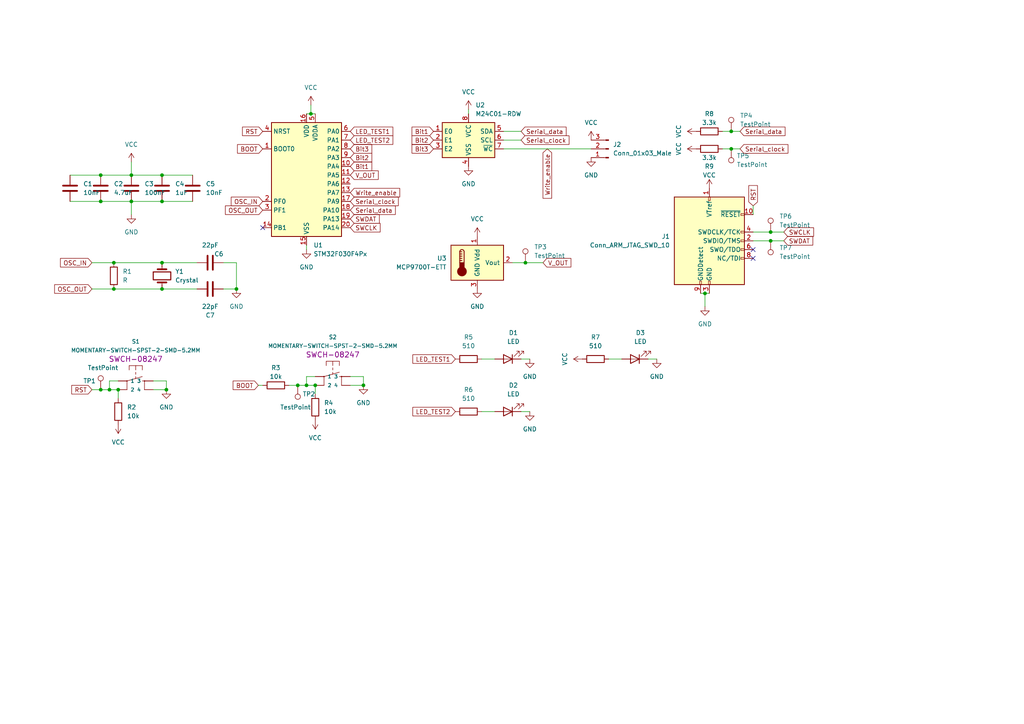
<source format=kicad_sch>
(kicad_sch (version 20211123) (generator eeschema)
  (paper "A4")
  (lib_symbols
    (symbol "Connector:Conn_01x03_Male" (pin_names (offset 1.016) hide)
      (property "Reference" "J" (at 0 5.08 0))
      (property "Value" "Conn_01x03_Male" (at 0 -5.08 0))
      (symbol "Conn_01x03_Male_1_1"
        (polyline (pts (xy 1.27 -2.54) (xy 0.8636 -2.54)) (stroke (width 0.1524)))
        (polyline (pts (xy 1.27 0) (xy 0.8636 0)) (stroke (width 0.1524)))
        (polyline (pts (xy 1.27 2.54) (xy 0.8636 2.54)) (stroke (width 0.1524)))
        (rectangle (start 0.8636 -2.413) (end 0 -2.667) (stroke (width 0.1524)) (fill (type outline)))
        (rectangle (start 0.8636 0.127) (end 0 -0.127) (stroke (width 0.1524)) (fill (type outline)))
        (rectangle (start 0.8636 2.667) (end 0 2.413) (stroke (width 0.1524)) (fill (type outline)))
        (pin passive line (at 5.08 2.54 180) (length 3.81) (name "Pin_1") (number "1"))
        (pin passive line (at 5.08 0 180) (length 3.81) (name "Pin_2") (number "2"))
        (pin passive line (at 5.08 -2.54 180) (length 3.81) (name "Pin_3") (number "3"))
      )
    )
    (symbol "Connector:Conn_ARM_JTAG_SWD_10" (pin_names (offset 1.016))
      (property "Reference" "J" (at -2.54 16.51 0))
      (property "Value" "Conn_ARM_JTAG_SWD_10" (at -2.54 13.97 0))
      (symbol "Conn_ARM_JTAG_SWD_10_0_1"
        (rectangle (start -10.16 12.7) (end 10.16 -12.7) (stroke (width 0.254)) (fill (type background)))
        (rectangle (start -2.794 -12.7) (end -2.286 -11.684))
        (rectangle (start -0.254 -12.7) (end 0.254 -11.684))
        (rectangle (start -0.254 12.7) (end 0.254 11.684))
        (rectangle (start 9.144 2.286) (end 10.16 2.794))
        (rectangle (start 10.16 -2.794) (end 9.144 -2.286))
        (rectangle (start 10.16 -0.254) (end 9.144 0.254))
        (rectangle (start 10.16 7.874) (end 9.144 7.366))
      )
      (symbol "Conn_ARM_JTAG_SWD_10_1_1"
        (rectangle (start 9.144 -5.334) (end 10.16 -4.826))
        (pin power_in line (at 0 15.24 270) (length 2.54) (name "VTref") (number "1"))
        (pin open_collector line (at 12.7 7.62 180) (length 2.54) (name "~{RESET}") (number "10"))
        (pin bidirectional line (at 12.7 0 180) (length 2.54) (name "SWDIO/TMS") (number "2"))
        (pin power_in line (at 0 -15.24 90) (length 2.54) (name "GND") (number "3"))
        (pin output line (at 12.7 2.54 180) (length 2.54) (name "SWDCLK/TCK") (number "4"))
        (pin passive line (at 0 -15.24 90) (length 2.54) hide (name "GND") (number "5"))
        (pin input line (at 12.7 -2.54 180) (length 2.54) (name "SWO/TDO") (number "6"))
        (pin no_connect line (at -10.16 0 0) (length 2.54) hide (name "KEY") (number "7"))
        (pin output line (at 12.7 -5.08 180) (length 2.54) (name "NC/TDI") (number "8"))
        (pin passive line (at -2.54 -15.24 90) (length 2.54) (name "GNDDetect") (number "9"))
      )
    )
    (symbol "Connector:TestPoint" (pin_numbers hide) (pin_names (offset 0.762) hide)
      (property "Reference" "TP" (at 0 6.858 0))
      (property "Value" "TestPoint" (at 0 5.08 0))
      (symbol "TestPoint_0_1"
        (circle (center 0 3.302) (radius 0.762))
      )
      (symbol "TestPoint_1_1"
        (pin passive line (at 0 0 90) (length 2.54) (name "1") (number "1"))
      )
    )
    (symbol "Device:C" (pin_numbers hide) (pin_names (offset 0.254))
      (property "Reference" "C" (at 0.635 2.54 0))
      (property "Value" "C" (at 0.635 -2.54 0))
      (symbol "C_0_1"
        (polyline (pts (xy -2.032 -0.762) (xy 2.032 -0.762)) (stroke (width 0.508)))
        (polyline (pts (xy -2.032 0.762) (xy 2.032 0.762)) (stroke (width 0.508)))
      )
      (symbol "C_1_1"
        (pin passive line (at 0 3.81 270) (length 2.794) (name "~") (number "1"))
        (pin passive line (at 0 -3.81 90) (length 2.794) (name "~") (number "2"))
      )
    )
    (symbol "Device:Crystal" (pin_numbers hide) (pin_names (offset 1.016) hide)
      (property "Reference" "Y" (at 0 3.81 0))
      (property "Value" "Crystal" (at 0 -3.81 0))
      (symbol "Crystal_0_1"
        (rectangle (start -1.143 2.54) (end 1.143 -2.54) (stroke (width 0.3048)))
        (polyline (pts (xy -2.54 0) (xy -1.905 0)))
        (polyline (pts (xy -1.905 -1.27) (xy -1.905 1.27)) (stroke (width 0.508)))
        (polyline (pts (xy 1.905 -1.27) (xy 1.905 1.27)) (stroke (width 0.508)))
        (polyline (pts (xy 2.54 0) (xy 1.905 0)))
      )
      (symbol "Crystal_1_1"
        (pin passive line (at -3.81 0 0) (length 1.27) (name "1") (number "1"))
        (pin passive line (at 3.81 0 180) (length 1.27) (name "2") (number "2"))
      )
    )
    (symbol "Device:LED" (pin_numbers hide) (pin_names (offset 1.016) hide)
      (property "Reference" "D" (at 0 2.54 0))
      (property "Value" "LED" (at 0 -2.54 0))
      (symbol "LED_0_1"
        (polyline (pts (xy -1.27 -1.27) (xy -1.27 1.27)) (stroke (width 0.254)))
        (polyline (pts (xy -1.27 0) (xy 1.27 0)))
        (polyline (pts (xy 1.27 -1.27) (xy 1.27 1.27) (xy -1.27 0) (xy 1.27 -1.27)) (stroke (width 0.254)))
        (polyline (pts (xy -3.048 -0.762) (xy -4.572 -2.286) (xy -3.81 -2.286) (xy -4.572 -2.286) (xy -4.572 -1.524)))
        (polyline (pts (xy -1.778 -0.762) (xy -3.302 -2.286) (xy -2.54 -2.286) (xy -3.302 -2.286) (xy -3.302 -1.524)))
      )
      (symbol "LED_1_1"
        (pin passive line (at -3.81 0 0) (length 2.54) (name "K") (number "1"))
        (pin passive line (at 3.81 0 180) (length 2.54) (name "A") (number "2"))
      )
    )
    (symbol "Device:R" (pin_numbers hide) (pin_names (offset 0))
      (property "Reference" "R" (at 2.032 0 90))
      (property "Value" "R" (at 0 0 90))
      (symbol "R_0_1"
        (rectangle (start -1.016 -2.54) (end 1.016 2.54) (stroke (width 0.254)))
      )
      (symbol "R_1_1"
        (pin passive line (at 0 3.81 270) (length 1.27) (name "~") (number "1"))
        (pin passive line (at 0 -3.81 90) (length 1.27) (name "~") (number "2"))
      )
    )
    (symbol "MCU_ST_STM32F0:STM32F030F4Px"
      (property "Reference" "U" (at -10.16 16.51 0))
      (property "Value" "STM32F030F4Px" (at 5.08 16.51 0))
      (symbol "STM32F030F4Px_0_1"
        (rectangle (start -10.16 -17.78) (end 10.16 15.24) (stroke (width 0.254)) (fill (type background)))
      )
      (symbol "STM32F030F4Px_1_1"
        (pin input line (at -12.7 7.62 0) (length 2.54) (name "BOOT0") (number "1"))
        (pin bidirectional line (at 12.7 2.54 180) (length 2.54) (name "PA4") (number "10"))
        (pin bidirectional line (at 12.7 0 180) (length 2.54) (name "PA5") (number "11"))
        (pin bidirectional line (at 12.7 -2.54 180) (length 2.54) (name "PA6") (number "12"))
        (pin bidirectional line (at 12.7 -5.08 180) (length 2.54) (name "PA7") (number "13"))
        (pin bidirectional line (at -12.7 -15.24 0) (length 2.54) (name "PB1") (number "14"))
        (pin power_in line (at 0 -20.32 90) (length 2.54) (name "VSS") (number "15"))
        (pin power_in line (at 0 17.78 270) (length 2.54) (name "VDD") (number "16"))
        (pin bidirectional line (at 12.7 -7.62 180) (length 2.54) (name "PA9") (number "17"))
        (pin bidirectional line (at 12.7 -10.16 180) (length 2.54) (name "PA10") (number "18"))
        (pin bidirectional line (at 12.7 -12.7 180) (length 2.54) (name "PA13") (number "19"))
        (pin input line (at -12.7 -7.62 0) (length 2.54) (name "PF0") (number "2"))
        (pin bidirectional line (at 12.7 -15.24 180) (length 2.54) (name "PA14") (number "20"))
        (pin input line (at -12.7 -10.16 0) (length 2.54) (name "PF1") (number "3"))
        (pin input line (at -12.7 12.7 0) (length 2.54) (name "NRST") (number "4"))
        (pin power_in line (at 2.54 17.78 270) (length 2.54) (name "VDDA") (number "5"))
        (pin bidirectional line (at 12.7 12.7 180) (length 2.54) (name "PA0") (number "6"))
        (pin bidirectional line (at 12.7 10.16 180) (length 2.54) (name "PA1") (number "7"))
        (pin bidirectional line (at 12.7 7.62 180) (length 2.54) (name "PA2") (number "8"))
        (pin bidirectional line (at 12.7 5.08 180) (length 2.54) (name "PA3") (number "9"))
      )
    )
    (symbol "Memory_EEPROM:M24C01-RDW"
      (property "Reference" "U" (at -6.35 6.35 0))
      (property "Value" "M24C01-RDW" (at 7.62 6.35 0))
      (symbol "M24C01-RDW_0_1"
        (rectangle (start -7.62 5.08) (end 7.62 -5.08) (stroke (width 0.254)) (fill (type background)))
      )
      (symbol "M24C01-RDW_1_1"
        (pin input line (at -10.16 2.54 0) (length 2.54) (name "E0") (number "1"))
        (pin input line (at -10.16 0 0) (length 2.54) (name "E1") (number "2"))
        (pin input line (at -10.16 -2.54 0) (length 2.54) (name "E2") (number "3"))
        (pin power_in line (at 0 -7.62 90) (length 2.54) (name "VSS") (number "4"))
        (pin bidirectional line (at 10.16 2.54 180) (length 2.54) (name "SDA") (number "5"))
        (pin input line (at 10.16 0 180) (length 2.54) (name "SCL") (number "6"))
        (pin input line (at 10.16 -2.54 180) (length 2.54) (name "~{WC}") (number "7"))
        (pin power_in line (at 0 7.62 270) (length 2.54) (name "VCC") (number "8"))
      )
    )
    (symbol "Sensor_Temperature:MCP9700T-ETT" (pin_names (offset 1.016))
      (property "Reference" "U" (at -6.35 6.35 0))
      (property "Value" "MCP9700T-ETT" (at 1.27 6.35 0))
      (symbol "MCP9700T-ETT_0_1"
        (rectangle (start -7.62 5.08) (end 7.62 -5.08) (stroke (width 0.254)) (fill (type background)))
        (circle (center -4.445 -2.54) (radius 1.27) (stroke (width 0.254)) (fill (type outline)))
        (rectangle (start -3.81 -1.905) (end -5.08 0) (stroke (width 0.254)) (fill (type outline)))
        (arc (start -3.81 3.175) (mid -4.445 3.81) (end -5.08 3.175) (stroke (width 0.254)))
        (polyline (pts (xy -5.08 0.635) (xy -4.445 0.635)) (stroke (width 0.254)))
        (polyline (pts (xy -5.08 1.27) (xy -4.445 1.27)) (stroke (width 0.254)))
        (polyline (pts (xy -5.08 1.905) (xy -4.445 1.905)) (stroke (width 0.254)))
        (polyline (pts (xy -5.08 2.54) (xy -4.445 2.54)) (stroke (width 0.254)))
        (polyline (pts (xy -5.08 3.175) (xy -5.08 0)) (stroke (width 0.254)))
        (polyline (pts (xy -5.08 3.175) (xy -4.445 3.175)) (stroke (width 0.254)))
        (polyline (pts (xy -3.81 3.175) (xy -3.81 0)) (stroke (width 0.254)))
      )
      (symbol "MCP9700T-ETT_1_1"
        (pin power_in line (at 0 7.62 270) (length 2.54) (name "Vdd") (number "1"))
        (pin output line (at 10.16 0 180) (length 2.54) (name "Vout") (number "2"))
        (pin power_in line (at 0 -7.62 90) (length 2.54) (name "GND") (number "3"))
      )
    )
    (symbol "SparkFun-Switches:MOMENTARY-SWITCH-SPST-2-SMD-5.2MM" (pin_numbers hide) (pin_names (offset 1.016))
      (property "Reference" "S" (at -5.08 1.27 0))
      (property "Value" "MOMENTARY-SWITCH-SPST-2-SMD-5.2MM" (at -5.08 -5.08 0))
      (property "Field4" "SWCH-08247" (at 0 7.62 0))
      (symbol "MOMENTARY-SWITCH-SPST-2-SMD-5.2MM_1_0"
        (polyline (pts (xy -2.54 -2.54) (xy -2.54 0)))
        (polyline (pts (xy -2.54 0) (xy 1.905 1.27)))
        (polyline (pts (xy -1.905 4.445) (xy -1.905 3.175)))
        (polyline (pts (xy 0 1.27) (xy 0 0.635)))
        (polyline (pts (xy 0 2.54) (xy 0 1.905)))
        (polyline (pts (xy 0 4.445) (xy -1.905 4.445)))
        (polyline (pts (xy 0 4.445) (xy 0 3.175)))
        (polyline (pts (xy 1.905 0) (xy 2.54 0)))
        (polyline (pts (xy 1.905 4.445) (xy 0 4.445)))
        (polyline (pts (xy 1.905 4.445) (xy 1.905 3.175)))
        (polyline (pts (xy 2.54 -2.54) (xy 2.54 0)))
      )
      (symbol "MOMENTARY-SWITCH-SPST-2-SMD-5.2MM_1_1"
        (circle (center -2.54 0) (radius 0.127) (fill (type outline)))
        (circle (center 2.54 0) (radius 0.127) (fill (type outline)))
        (pin passive line (at -5.08 0 0) (length 2.54) (name "1") (number "1"))
        (pin passive line (at -5.08 -2.54 0) (length 2.54) (name "2") (number "2"))
        (pin passive line (at 5.08 0 180) (length 2.54) (name "3") (number "3"))
        (pin passive line (at 5.08 -2.54 180) (length 2.54) (name "4") (number "4"))
      )
    )
    (symbol "power:GND" (power) (pin_names (offset 0))
      (property "Value" "GND" (at 0 -3.81 0))
      (symbol "GND_0_1"
        (polyline (pts (xy 0 0) (xy 0 -1.27) (xy 1.27 -1.27) (xy 0 -2.54) (xy -1.27 -1.27) (xy 0 -1.27)))
      )
      (symbol "GND_1_1"
        (pin power_in line (at 0 0 270) (length 0) hide (name "GND") (number "1"))
      )
    )
    (symbol "power:VCC" (power) (pin_names (offset 0))
      (property "Value" "VCC" (at 0 3.81 0))
      (symbol "VCC_0_1"
        (polyline (pts (xy -0.762 1.27) (xy 0 2.54)))
        (polyline (pts (xy 0 0) (xy 0 2.54)))
        (polyline (pts (xy 0 2.54) (xy 0.762 1.27)))
      )
      (symbol "VCC_1_1"
        (pin power_in line (at 0 0 90) (length 0) hide (name "VCC") (number "1"))
      )
    )
  )
  (junction (at 152.4 76.2))
  (junction (at 46.99 58.42))
  (junction (at 34.29 113.03))
  (junction (at 223.52 67.31))
  (junction (at 46.99 76.2))
  (junction (at 86.36 111.76))
  (junction (at 46.99 83.82))
  (junction (at 212.09 38.1))
  (junction (at 33.02 83.82))
  (junction (at 223.52 69.85))
  (junction (at 68.58 83.82))
  (junction (at 33.02 76.2))
  (junction (at 204.47 85.09))
  (junction (at 48.26 113.03))
  (junction (at 88.9 111.76))
  (junction (at 212.09 43.18))
  (junction (at 91.44 111.76))
  (junction (at 38.1 50.8))
  (junction (at 38.1 58.42))
  (junction (at 29.21 50.8))
  (junction (at 90.17 33.02))
  (junction (at 29.21 58.42))
  (junction (at 31.75 113.03))
  (junction (at 105.41 111.76))
  (junction (at 46.99 50.8))
  (junction (at 29.21 113.03))
  (no_connect (at 218.44 72.39))
  (no_connect (at 218.44 74.93))
  (no_connect (at 76.2 66.04))
  (wire (pts (xy 64.77 83.82) (xy 68.58 83.82)))
  (wire (pts (xy 139.7 104.14) (xy 143.51 104.14)))
  (wire (pts (xy 29.21 58.42) (xy 38.1 58.42)))
  (wire (pts (xy 29.21 50.8) (xy 38.1 50.8)))
  (wire (pts (xy 105.41 109.22) (xy 105.41 111.76)))
  (wire (pts (xy 88.9 109.22) (xy 88.9 111.76)))
  (wire (pts (xy 26.67 83.82) (xy 33.02 83.82)))
  (wire (pts (xy 29.21 113.03) (xy 31.75 113.03)))
  (wire (pts (xy 38.1 58.42) (xy 38.1 62.23)))
  (wire (pts (xy 204.47 88.9) (xy 204.47 85.09)))
  (wire (pts (xy 33.02 83.82) (xy 46.99 83.82)))
  (wire (pts (xy 218.44 59.69) (xy 218.44 62.23)))
  (wire (pts (xy 48.26 110.49) (xy 48.26 113.03)))
  (wire (pts (xy 91.44 109.22) (xy 88.9 109.22)))
  (wire (pts (xy 46.99 83.82) (xy 57.15 83.82)))
  (wire (pts (xy 46.99 76.2) (xy 57.15 76.2)))
  (wire (pts (xy 146.05 43.18) (xy 171.45 43.18)))
  (wire (pts (xy 223.52 67.31) (xy 218.44 67.31)))
  (wire (pts (xy 83.82 111.76) (xy 86.36 111.76)))
  (wire (pts (xy 101.6 109.22) (xy 105.41 109.22)))
  (wire (pts (xy 26.67 76.2) (xy 33.02 76.2)))
  (wire (pts (xy 76.2 111.76) (xy 74.93 111.76)))
  (wire (pts (xy 34.29 113.03) (xy 34.29 115.57)))
  (wire (pts (xy 146.05 40.64) (xy 151.13 40.64)))
  (wire (pts (xy 212.09 38.1) (xy 214.63 38.1)))
  (wire (pts (xy 33.02 76.2) (xy 46.99 76.2)))
  (wire (pts (xy 227.33 67.31) (xy 223.52 67.31)))
  (wire (pts (xy 139.7 119.38) (xy 143.51 119.38)))
  (wire (pts (xy 152.4 76.2) (xy 148.59 76.2)))
  (wire (pts (xy 64.77 76.2) (xy 68.58 76.2)))
  (wire (pts (xy 44.45 110.49) (xy 48.26 110.49)))
  (wire (pts (xy 68.58 76.2) (xy 68.58 83.82)))
  (wire (pts (xy 31.75 113.03) (xy 34.29 113.03)))
  (wire (pts (xy 38.1 58.42) (xy 46.99 58.42)))
  (wire (pts (xy 31.75 110.49) (xy 31.75 113.03)))
  (wire (pts (xy 227.33 69.85) (xy 223.52 69.85)))
  (wire (pts (xy 38.1 46.99) (xy 38.1 50.8)))
  (wire (pts (xy 146.05 38.1) (xy 151.13 38.1)))
  (wire (pts (xy 135.89 31.75) (xy 135.89 33.02)))
  (wire (pts (xy 46.99 58.42) (xy 55.88 58.42)))
  (wire (pts (xy 212.09 43.18) (xy 214.63 43.18)))
  (wire (pts (xy 86.36 111.76) (xy 88.9 111.76)))
  (wire (pts (xy 46.99 50.8) (xy 55.88 50.8)))
  (wire (pts (xy 88.9 71.12) (xy 88.9 72.39)))
  (wire (pts (xy 90.17 30.48) (xy 90.17 33.02)))
  (wire (pts (xy 151.13 104.14) (xy 153.67 104.14)))
  (wire (pts (xy 223.52 69.85) (xy 218.44 69.85)))
  (wire (pts (xy 38.1 50.8) (xy 46.99 50.8)))
  (wire (pts (xy 44.45 113.03) (xy 48.26 113.03)))
  (wire (pts (xy 34.29 110.49) (xy 31.75 110.49)))
  (wire (pts (xy 204.47 85.09) (xy 205.74 85.09)))
  (wire (pts (xy 187.96 104.14) (xy 190.5 104.14)))
  (wire (pts (xy 101.6 111.76) (xy 105.41 111.76)))
  (wire (pts (xy 88.9 111.76) (xy 91.44 111.76)))
  (wire (pts (xy 209.55 38.1) (xy 212.09 38.1)))
  (wire (pts (xy 20.32 50.8) (xy 29.21 50.8)))
  (wire (pts (xy 209.55 43.18) (xy 212.09 43.18)))
  (wire (pts (xy 151.13 119.38) (xy 153.67 119.38)))
  (wire (pts (xy 20.32 58.42) (xy 29.21 58.42)))
  (wire (pts (xy 204.47 85.09) (xy 203.2 85.09)))
  (wire (pts (xy 88.9 33.02) (xy 90.17 33.02)))
  (wire (pts (xy 157.48 76.2) (xy 152.4 76.2)))
  (wire (pts (xy 26.67 113.03) (xy 29.21 113.03)))
  (wire (pts (xy 176.53 104.14) (xy 180.34 104.14)))
  (wire (pts (xy 90.17 33.02) (xy 91.44 33.02)))
  (wire (pts (xy 91.44 111.76) (xy 91.44 114.3)))
  (global_label "SWDAT" (shape input) (at 227.33 69.85 0) (property "Références Inter-Feuilles" "${INTERSHEET_REFS}" (effects hide)))
  (global_label "LED_TEST1" (shape input) (at 101.6 38.1 0) (property "Références Inter-Feuilles" "${INTERSHEET_REFS}" (effects hide)))
  (global_label "Serial_data" (shape input) (at 151.13 38.1 0) (property "Références Inter-Feuilles" "${INTERSHEET_REFS}" (effects hide)))
  (global_label "LED_TEST2" (shape input) (at 132.08 119.38 180) (property "Références Inter-Feuilles" "${INTERSHEET_REFS}" (effects hide)))
  (global_label "LED_TEST1" (shape input) (at 132.08 104.14 180) (property "Références Inter-Feuilles" "${INTERSHEET_REFS}" (effects hide)))
  (global_label "OSC_IN" (shape input) (at 26.67 76.2 180) (property "Références Inter-Feuilles" "${INTERSHEET_REFS}" (effects hide)))
  (global_label "SWDAT" (shape input) (at 101.6 63.5 0) (property "Références Inter-Feuilles" "${INTERSHEET_REFS}" (effects hide)))
  (global_label "Serial_data" (shape input) (at 101.6 60.96 0) (property "Références Inter-Feuilles" "${INTERSHEET_REFS}" (effects hide)))
  (global_label "V_OUT" (shape input) (at 101.6 50.8 0) (property "Références Inter-Feuilles" "${INTERSHEET_REFS}" (effects hide)))
  (global_label "RST" (shape input) (at 26.67 113.03 180) (property "Références Inter-Feuilles" "${INTERSHEET_REFS}" (effects hide)))
  (global_label "BOOT" (shape input) (at 74.93 111.76 180) (property "Références Inter-Feuilles" "${INTERSHEET_REFS}" (effects hide)))
  (global_label "SWCLK" (shape input) (at 227.33 67.31 0) (property "Références Inter-Feuilles" "${INTERSHEET_REFS}" (effects hide)))
  (global_label "Serial_clock" (shape input) (at 151.13 40.64 0) (property "Références Inter-Feuilles" "${INTERSHEET_REFS}" (effects hide)))
  (global_label "Serial_clock" (shape input) (at 214.63 43.18 0) (property "Références Inter-Feuilles" "${INTERSHEET_REFS}" (effects hide)))
  (global_label "Bit2" (shape input) (at 125.73 40.64 180) (property "Références Inter-Feuilles" "${INTERSHEET_REFS}" (effects hide)))
  (global_label "V_OUT" (shape input) (at 157.48 76.2 0) (property "Références Inter-Feuilles" "${INTERSHEET_REFS}" (effects hide)))
  (global_label "BOOT" (shape input) (at 76.2 43.18 180) (property "Références Inter-Feuilles" "${INTERSHEET_REFS}" (effects hide)))
  (global_label "Serial_data" (shape input) (at 214.63 38.1 0) (property "Références Inter-Feuilles" "${INTERSHEET_REFS}" (effects hide)))
  (global_label "Bit3" (shape input) (at 125.73 43.18 180) (property "Références Inter-Feuilles" "${INTERSHEET_REFS}" (effects hide)))
  (global_label "Write_enable" (shape input) (at 158.75 43.18 270) (property "Références Inter-Feuilles" "${INTERSHEET_REFS}" (effects hide)))
  (global_label "OSC_OUT" (shape input) (at 76.2 60.96 180) (property "Références Inter-Feuilles" "${INTERSHEET_REFS}" (effects hide)))
  (global_label "LED_TEST2" (shape input) (at 101.6 40.64 0) (property "Références Inter-Feuilles" "${INTERSHEET_REFS}" (effects hide)))
  (global_label "Bit1" (shape input) (at 125.73 38.1 180) (property "Références Inter-Feuilles" "${INTERSHEET_REFS}" (effects hide)))
  (global_label "Bit2" (shape input) (at 101.6 45.72 0) (property "Références Inter-Feuilles" "${INTERSHEET_REFS}" (effects hide)))
  (global_label "Serial_clock" (shape input) (at 101.6 58.42 0) (property "Références Inter-Feuilles" "${INTERSHEET_REFS}" (effects hide)))
  (global_label "Bit3" (shape input) (at 101.6 43.18 0) (property "Références Inter-Feuilles" "${INTERSHEET_REFS}" (effects hide)))
  (global_label "SWCLK" (shape input) (at 101.6 66.04 0) (property "Références Inter-Feuilles" "${INTERSHEET_REFS}" (effects hide)))
  (global_label "OSC_IN" (shape input) (at 76.2 58.42 180) (property "Références Inter-Feuilles" "${INTERSHEET_REFS}" (effects hide)))
  (global_label "Bit1" (shape input) (at 101.6 48.26 0) (property "Références Inter-Feuilles" "${INTERSHEET_REFS}" (effects hide)))
  (global_label "OSC_OUT" (shape input) (at 26.67 83.82 180) (property "Références Inter-Feuilles" "${INTERSHEET_REFS}" (effects hide)))
  (global_label "Write_enable" (shape input) (at 101.6 55.88 0) (property "Références Inter-Feuilles" "${INTERSHEET_REFS}" (effects hide)))
  (global_label "RST" (shape input) (at 76.2 38.1 180) (property "Références Inter-Feuilles" "${INTERSHEET_REFS}" (effects hide)))
  (global_label "RST" (shape input) (at 218.44 59.69 90) (property "Références Inter-Feuilles" "${INTERSHEET_REFS}" (effects hide)))
  (symbol (lib_id "power:VCC") (at 201.93 43.18 90) (unit 1)
    (property "Reference" "#PWR0104" (effects hide))
    (property "Value" "VCC" (at 196.85 43.18 0))
  )
  (symbol (lib_id "Connector:TestPoint") (at 29.21 113.03 0) (unit 1)
    (property "Reference" "TP1" (at 24.13 110.49 0) (effects (justify left)))
    (property "Value" "TestPoint" (at 25.4 106.68 0) (effects (justify left)))
    (property "Footprint" "TestPoint:TestPoint_Pad_1.5x1.5mm" (effects hide))
  )
  (symbol (lib_id "Connector:TestPoint") (at 223.52 69.85 180) (unit 1)
    (property "Reference" "TP7" (at 226.06 71.8819 0) (effects (justify right)))
    (property "Value" "TestPoint" (at 226.06 74.4219 0) (effects (justify right)))
    (property "Footprint" "TestPoint:TestPoint_Pad_1.5x1.5mm" (effects hide))
  )
  (symbol (lib_id "power:VCC") (at 90.17 30.48 0) (unit 1)
    (property "Reference" "#PWR0114" (effects hide))
    (property "Value" "VCC" (at 90.17 25.4 0))
  )
  (symbol (lib_id "Device:C") (at 55.88 54.61 0) (unit 1)
    (property "Reference" "C5" (at 59.69 53.3399 0) (effects (justify left)))
    (property "Value" "10nF" (at 59.69 55.8799 0) (effects (justify left)))
    (property "Footprint" "Capacitor_SMD:C_0603_1608Metric_Pad1.08x0.95mm_HandSolder" (effects hide))
  )
  (symbol (lib_id "power:GND") (at 38.1 62.23 0) (unit 1)
    (property "Reference" "#PWR0102" (effects hide))
    (property "Value" "GND" (at 38.1 67.31 0))
  )
  (symbol (lib_id "Memory_EEPROM:M24C01-RDW") (at 135.89 40.64 0) (unit 1)
    (property "Reference" "U2" (at 137.9094 30.48 0) (effects (justify left)))
    (property "Value" "M24C01-RDW" (at 137.9094 33.02 0) (effects (justify left)))
    (property "Footprint" "Package_SO:TSSOP-8_4.4x3mm_P0.65mm" (effects hide))
    (property "Datasheet" "http://www.st.com/content/ccc/resource/technical/document/datasheet/b0/d8/50/40/5a/85/49/6f/DM00071904.pdf/files/DM00071904.pdf/jcr:content/translations/en.DM00071904.pdf" (effects hide))
  )
  (symbol (lib_id "Device:Crystal") (at 46.99 80.01 90) (unit 1)
    (property "Reference" "Y1" (at 50.8 78.7399 90) (effects (justify right)))
    (property "Value" "Crystal" (at 50.8 81.2799 90) (effects (justify right)))
    (property "Footprint" "Crystal:Crystal_SMD_HC49-SD" (effects hide))
  )
  (symbol (lib_id "power:GND") (at 153.67 119.38 0) (unit 1)
    (property "Reference" "#PWR0118" (effects hide))
    (property "Value" "GND" (at 153.67 124.46 0))
  )
  (symbol (lib_id "Device:R") (at 91.44 118.11 0) (unit 1)
    (property "Reference" "R4" (at 93.98 116.8399 0) (effects (justify left)))
    (property "Value" "10k" (at 93.98 119.3799 0) (effects (justify left)))
    (property "Footprint" "Resistor_SMD:R_0603_1608Metric_Pad0.98x0.95mm_HandSolder" (effects hide))
  )
  (symbol (lib_id "Connector:TestPoint") (at 86.36 111.76 180) (unit 1)
    (property "Reference" "TP2" (at 91.44 114.3 0) (effects (justify left)))
    (property "Value" "TestPoint" (at 90.17 118.11 0) (effects (justify left)))
    (property "Footprint" "TestPoint:TestPoint_Pad_1.5x1.5mm" (effects hide))
  )
  (symbol (lib_id "MCU_ST_STM32F0:STM32F030F4Px") (at 88.9 50.8 0) (unit 1)
    (property "Reference" "U1" (at 90.9194 71.12 0) (effects (justify left)))
    (property "Value" "STM32F030F4Px" (at 90.9194 73.66 0) (effects (justify left)))
    (property "Footprint" "Package_SO:TSSOP-20_4.4x6.5mm_P0.65mm" (effects hide))
    (property "Datasheet" "http://www.st.com/st-web-ui/static/active/en/resource/technical/document/datasheet/DM00088500.pdf" (effects hide))
  )
  (symbol (lib_id "Connector:TestPoint") (at 212.09 43.18 180) (unit 1)
    (property "Reference" "TP5" (at 213.6743 45.2119 0) (effects (justify right)))
    (property "Value" "TestPoint" (at 213.6743 47.7519 0) (effects (justify right)))
    (property "Footprint" "TestPoint:TestPoint_Pad_1.5x1.5mm" (effects hide))
  )
  (symbol (lib_id "Device:R") (at 172.72 104.14 90) (unit 1)
    (property "Reference" "R7" (at 172.72 97.79 90))
    (property "Value" "510" (at 172.72 100.33 90))
    (property "Footprint" "Resistor_SMD:R_0603_1608Metric_Pad0.98x0.95mm_HandSolder" (effects hide))
  )
  (symbol (lib_id "Device:R") (at 34.29 119.38 0) (unit 1)
    (property "Reference" "R2" (at 36.83 118.1099 0) (effects (justify left)))
    (property "Value" "10k" (at 36.83 120.6499 0) (effects (justify left)))
    (property "Footprint" "Resistor_SMD:R_0603_1608Metric_Pad0.98x0.95mm_HandSolder" (effects hide))
  )
  (symbol (lib_id "power:GND") (at 105.41 111.76 0) (unit 1)
    (property "Reference" "#PWR0119" (effects hide))
    (property "Value" "GND" (at 105.41 116.84 0))
  )
  (symbol (lib_id "power:VCC") (at 91.44 121.92 180) (unit 1)
    (property "Reference" "#PWR0120" (effects hide))
    (property "Value" "VCC" (at 91.44 127 0))
  )
  (symbol (lib_id "Device:C") (at 60.96 76.2 270) (unit 1)
    (property "Reference" "C6" (at 63.5 73.66 90))
    (property "Value" "22pF" (at 60.96 71.12 90))
    (property "Footprint" "Capacitor_SMD:C_0603_1608Metric_Pad1.08x0.95mm_HandSolder" (effects hide))
  )
  (symbol (lib_id "Connector:Conn_01x03_Male") (at 176.53 43.18 180) (unit 1)
    (property "Reference" "J2" (at 177.8 41.9099 0) (effects (justify right)))
    (property "Value" "Conn_01x03_Male" (at 177.8 44.4499 0) (effects (justify right)))
    (property "Footprint" "Connector_PinSocket_2.54mm:PinSocket_1x03_P2.54mm_Vertical" (effects hide))
  )
  (symbol (lib_id "Device:C") (at 60.96 83.82 270) (unit 1)
    (property "Reference" "C7" (at 60.96 91.44 90))
    (property "Value" "22pF" (at 60.96 88.9 90))
    (property "Footprint" "Capacitor_SMD:C_0603_1608Metric_Pad1.08x0.95mm_HandSolder" (effects hide))
  )
  (symbol (lib_id "power:GND") (at 153.67 104.14 0) (unit 1)
    (property "Reference" "#PWR0107" (effects hide))
    (property "Value" "GND" (at 153.67 109.22 0))
  )
  (symbol (lib_id "Device:R") (at 80.01 111.76 90) (unit 1)
    (property "Reference" "R3" (at 80.01 106.68 90))
    (property "Value" "10k" (at 80.01 109.22 90))
    (property "Footprint" "Resistor_SMD:R_0603_1608Metric_Pad0.98x0.95mm_HandSolder" (effects hide))
  )
  (symbol (lib_id "SparkFun-Switches:MOMENTARY-SWITCH-SPST-2-SMD-5.2MM") (at 39.37 110.49 0) (unit 1)
    (property "Reference" "S1" (at 39.37 99.06 0) (effects (font (size 1.143 1.143))))
    (property "Value" "MOMENTARY-SWITCH-SPST-2-SMD-5.2MM" (at 39.37 101.6 0) (effects (font (size 1.143 1.143))))
    (property "Footprint" "Switches:TACTILE_SWITCH_SMD_5.2MM" (effects hide))
    (property "Field4" "SWCH-08247" (at 39.37 104.14 0) (effects (font (size 1.524 1.524))))
  )
  (symbol (lib_id "Device:LED") (at 147.32 119.38 180) (unit 1)
    (property "Reference" "D2" (at 148.9075 111.76 0))
    (property "Value" "LED" (at 148.9075 114.3 0))
    (property "Footprint" "LED_SMD:LED_0603_1608Metric_Pad1.05x0.95mm_HandSolder" (effects hide))
  )
  (symbol (lib_id "Connector:TestPoint") (at 212.09 38.1 0) (unit 1)
    (property "Reference" "TP4" (at 214.63 33.5279 0) (effects (justify left)))
    (property "Value" "TestPoint" (at 214.63 36.0679 0) (effects (justify left)))
    (property "Footprint" "TestPoint:TestPoint_Pad_1.5x1.5mm" (effects hide))
  )
  (symbol (lib_id "power:GND") (at 48.26 113.03 0) (unit 1)
    (property "Reference" "#PWR0111" (effects hide))
    (property "Value" "GND" (at 48.26 118.11 0))
  )
  (symbol (lib_id "power:GND") (at 68.58 83.82 0) (unit 1)
    (property "Reference" "#PWR0116" (effects hide))
    (property "Value" "GND" (at 68.58 88.9 0))
  )
  (symbol (lib_id "power:VCC") (at 201.93 38.1 90) (unit 1)
    (property "Reference" "#PWR0103" (effects hide))
    (property "Value" "VCC" (at 196.85 38.1 0))
  )
  (symbol (lib_id "power:GND") (at 135.89 48.26 0) (unit 1)
    (property "Reference" "#PWR0113" (effects hide))
    (property "Value" "GND" (at 135.89 53.34 0))
  )
  (symbol (lib_id "Device:C") (at 29.21 54.61 0) (unit 1)
    (property "Reference" "C2" (at 33.02 53.3399 0) (effects (justify left)))
    (property "Value" "4.7uF" (at 33.02 55.8799 0) (effects (justify left)))
    (property "Footprint" "Capacitor_SMD:C_0603_1608Metric_Pad1.08x0.95mm_HandSolder" (effects hide))
  )
  (symbol (lib_id "power:VCC") (at 38.1 46.99 0) (unit 1)
    (property "Reference" "#PWR0101" (effects hide))
    (property "Value" "VCC" (at 38.1 41.91 0))
  )
  (symbol (lib_id "power:VCC") (at 171.45 40.64 0) (unit 1)
    (property "Reference" "#PWR0122" (effects hide))
    (property "Value" "VCC" (at 171.45 35.56 0))
  )
  (symbol (lib_id "Device:LED") (at 184.15 104.14 180) (unit 1)
    (property "Reference" "D3" (at 185.7375 96.52 0))
    (property "Value" "LED" (at 185.7375 99.06 0))
    (property "Footprint" "LED_SMD:LED_0603_1608Metric_Pad1.05x0.95mm_HandSolder" (effects hide))
  )
  (symbol (lib_id "Device:C") (at 46.99 54.61 0) (unit 1)
    (property "Reference" "C4" (at 50.8 53.3399 0) (effects (justify left)))
    (property "Value" "1uF" (at 50.8 55.8799 0) (effects (justify left)))
    (property "Footprint" "Capacitor_SMD:C_0603_1608Metric_Pad1.08x0.95mm_HandSolder" (effects hide))
  )
  (symbol (lib_id "Device:C") (at 38.1 54.61 0) (unit 1)
    (property "Reference" "C3" (at 41.91 53.3399 0) (effects (justify left)))
    (property "Value" "100nF" (at 41.91 55.8799 0) (effects (justify left)))
    (property "Footprint" "Capacitor_SMD:C_0603_1608Metric_Pad1.08x0.95mm_HandSolder" (effects hide))
  )
  (symbol (lib_id "power:GND") (at 88.9 72.39 0) (unit 1)
    (property "Reference" "#PWR0117" (effects hide))
    (property "Value" "GND" (at 88.9 77.47 0))
  )
  (symbol (lib_id "power:VCC") (at 168.91 104.14 90) (unit 1)
    (property "Reference" "#PWR0108" (effects hide))
    (property "Value" "VCC" (at 163.83 104.14 0))
  )
  (symbol (lib_id "power:VCC") (at 34.29 123.19 180) (unit 1)
    (property "Reference" "#PWR0110" (effects hide))
    (property "Value" "VCC" (at 34.29 128.27 0))
  )
  (symbol (lib_id "power:VCC") (at 205.74 54.61 0) (unit 1)
    (property "Reference" "#PWR0109" (effects hide))
    (property "Value" "VCC" (at 205.74 50.8 0))
  )
  (symbol (lib_id "Device:R") (at 135.89 119.38 90) (unit 1)
    (property "Reference" "R6" (at 135.89 113.03 90))
    (property "Value" "510" (at 135.89 115.57 90))
    (property "Footprint" "Resistor_SMD:R_0603_1608Metric_Pad0.98x0.95mm_HandSolder" (effects hide))
  )
  (symbol (lib_id "power:GND") (at 204.47 88.9 0) (unit 1)
    (property "Reference" "#PWR0105" (effects hide))
    (property "Value" "GND" (at 204.47 93.98 0))
  )
  (symbol (lib_id "Sensor_Temperature:MCP9700T-ETT") (at 138.43 76.2 0) (unit 1)
    (property "Reference" "U3" (at 129.54 74.9299 0) (effects (justify right)))
    (property "Value" "MCP9700T-ETT" (at 129.54 77.4699 0) (effects (justify right)))
    (property "Footprint" "Package_TO_SOT_SMD:SOT-23" (effects hide))
    (property "Datasheet" "http://ww1.microchip.com/downloads/en/DeviceDoc/21942e.pdf" (effects hide))
  )
  (symbol (lib_id "power:VCC") (at 138.43 68.58 0) (unit 1)
    (property "Reference" "#PWR0112" (effects hide))
    (property "Value" "VCC" (at 138.43 63.5 0))
  )
  (symbol (lib_id "SparkFun-Switches:MOMENTARY-SWITCH-SPST-2-SMD-5.2MM") (at 96.52 109.22 0) (unit 1)
    (property "Reference" "S2" (at 96.52 97.79 0) (effects (font (size 1.143 1.143))))
    (property "Value" "MOMENTARY-SWITCH-SPST-2-SMD-5.2MM" (at 96.52 100.33 0) (effects (font (size 1.143 1.143))))
    (property "Footprint" "Switches:TACTILE_SWITCH_SMD_5.2MM" (effects hide))
    (property "Field4" "SWCH-08247" (at 96.52 102.87 0) (effects (font (size 1.524 1.524))))
  )
  (symbol (lib_id "Device:R") (at 33.02 80.01 0) (unit 1)
    (property "Reference" "R1" (at 35.56 78.7399 0) (effects (justify left)))
    (property "Value" "R" (at 35.56 81.2799 0) (effects (justify left)))
    (property "Footprint" "Resistor_SMD:R_0603_1608Metric_Pad0.98x0.95mm_HandSolder" (effects hide))
  )
  (symbol (lib_id "Connector:Conn_ARM_JTAG_SWD_10") (at 205.74 69.85 0) (unit 1)
    (property "Reference" "J1" (at 194.31 68.5799 0) (effects (justify right)))
    (property "Value" "Conn_ARM_JTAG_SWD_10" (at 194.31 71.1199 0) (effects (justify right)))
    (property "Footprint" "Connector_PinSocket_2.54mm:PinSocket_2x05_P2.54mm_Vertical" (effects hide))
    (property "Datasheet" "http://infocenter.arm.com/help/topic/com.arm.doc.ddi0314h/DDI0314H_coresight_components_trm.pdf" (effects hide))
  )
  (symbol (lib_id "Device:R") (at 205.74 43.18 90) (unit 1)
    (property "Reference" "R9" (at 205.74 48.26 90))
    (property "Value" "3.3k" (at 205.74 45.72 90))
    (property "Footprint" "Resistor_SMD:R_0603_1608Metric_Pad0.98x0.95mm_HandSolder" (effects hide))
  )
  (symbol (lib_id "Connector:TestPoint") (at 223.52 67.31 0) (unit 1)
    (property "Reference" "TP6" (at 226.06 62.7379 0) (effects (justify left)))
    (property "Value" "TestPoint" (at 226.06 65.2779 0) (effects (justify left)))
    (property "Footprint" "TestPoint:TestPoint_Pad_1.5x1.5mm" (effects hide))
  )
  (symbol (lib_id "Device:LED") (at 147.32 104.14 180) (unit 1)
    (property "Reference" "D1" (at 148.9075 96.52 0))
    (property "Value" "LED" (at 148.9075 99.06 0))
    (property "Footprint" "LED_SMD:LED_0603_1608Metric_Pad1.05x0.95mm_HandSolder" (effects hide))
  )
  (symbol (lib_id "power:GND") (at 190.5 104.14 0) (unit 1)
    (property "Reference" "#PWR0106" (effects hide))
    (property "Value" "GND" (at 190.5 109.22 0))
  )
  (symbol (lib_id "Device:R") (at 205.74 38.1 90) (unit 1)
    (property "Reference" "R8" (at 205.74 33.02 90))
    (property "Value" "3.3k" (at 205.74 35.56 90))
    (property "Footprint" "Resistor_SMD:R_0603_1608Metric_Pad0.98x0.95mm_HandSolder" (effects hide))
  )
  (symbol (lib_id "Connector:TestPoint") (at 152.4 76.2 0) (unit 1)
    (property "Reference" "TP3" (at 154.94 71.6279 0) (effects (justify left)))
    (property "Value" "TestPoint" (at 154.94 74.1679 0) (effects (justify left)))
    (property "Footprint" "TestPoint:TestPoint_Pad_1.5x1.5mm" (effects hide))
  )
  (symbol (lib_id "power:GND") (at 171.45 45.72 0) (unit 1)
    (property "Reference" "#PWR0123" (effects hide))
    (property "Value" "GND" (at 171.45 50.8 0))
  )
  (symbol (lib_id "power:GND") (at 138.43 83.82 0) (unit 1)
    (property "Reference" "#PWR0121" (effects hide))
    (property "Value" "GND" (at 138.43 88.9 0))
  )
  (symbol (lib_id "Device:C") (at 20.32 54.61 0) (unit 1)
    (property "Reference" "C1" (at 24.13 53.3399 0) (effects (justify left)))
    (property "Value" "10nF" (at 24.13 55.8799 0) (effects (justify left)))
    (property "Footprint" "Capacitor_SMD:C_0603_1608Metric_Pad1.08x0.95mm_HandSolder" (effects hide))
  )
  (symbol (lib_id "Device:R") (at 135.89 104.14 90) (unit 1)
    (property "Reference" "R5" (at 135.89 97.79 90))
    (property "Value" "510" (at 135.89 100.33 90))
    (property "Footprint" "Resistor_SMD:R_0603_1608Metric_Pad0.98x0.95mm_HandSolder" (effects hide))
  )
  (symbol (lib_id "power:VCC") (at 135.89 31.75 0) (unit 1)
    (property "Reference" "#PWR0115" (effects hide))
    (property "Value" "VCC" (at 135.89 26.67 0))
  )
)
</source>
